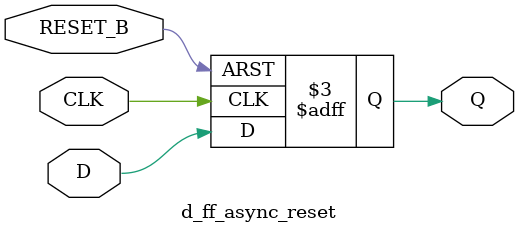
<source format=v>
module d_ff_async_reset (
    input D, RESET_B, CLK,
    output Q
);

reg Q;

always @(posedge CLK, negedge RESET_B) begin
    if (!RESET_B) begin
        Q <= 0;
    end else begin
        Q <= D;
    end
end

endmodule
</source>
